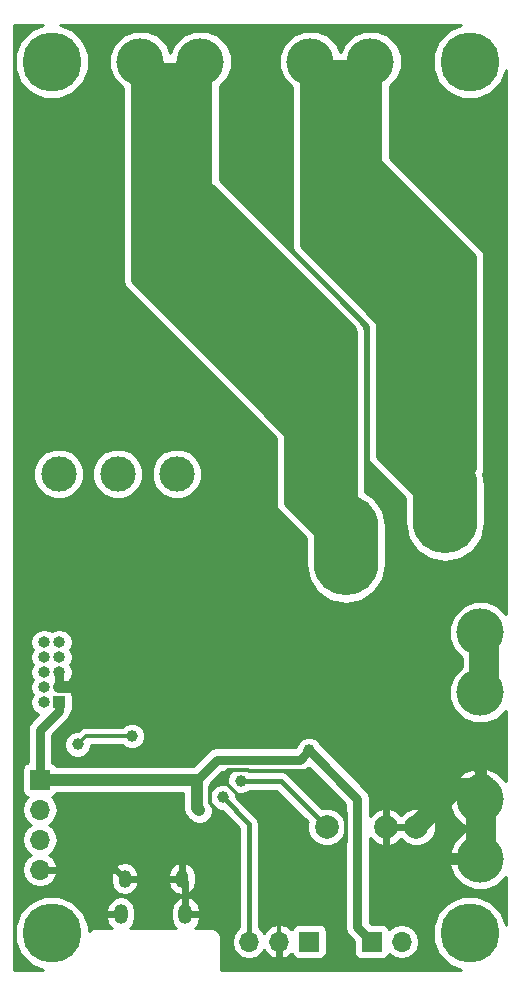
<source format=gbr>
G04 #@! TF.FileFunction,Copper,L2,Bot,Signal*
%FSLAX46Y46*%
G04 Gerber Fmt 4.6, Leading zero omitted, Abs format (unit mm)*
G04 Created by KiCad (PCBNEW 4.0.5-e0-6337~49~ubuntu16.04.1) date Sun Mar 26 23:32:04 2017*
%MOMM*%
%LPD*%
G01*
G04 APERTURE LIST*
%ADD10C,0.100000*%
%ADD11C,5.000000*%
%ADD12R,1.700000X1.700000*%
%ADD13O,1.700000X1.700000*%
%ADD14O,1.100000X1.500000*%
%ADD15O,1.200000X1.700000*%
%ADD16C,4.000000*%
%ADD17R,1.000000X1.000000*%
%ADD18O,1.000000X1.000000*%
%ADD19C,2.000000*%
%ADD20C,3.000000*%
%ADD21O,5.500000X8.500000*%
%ADD22C,1.000000*%
%ADD23C,1.000000*%
%ADD24C,0.600000*%
%ADD25C,0.300000*%
%ADD26C,2.500000*%
%ADD27C,1.700000*%
%ADD28C,0.800000*%
%ADD29C,0.400000*%
%ADD30C,2.000000*%
%ADD31C,0.254000*%
G04 APERTURE END LIST*
D10*
D11*
X137400000Y-52800000D03*
X137400000Y-126600000D03*
X102000000Y-126600000D03*
D12*
X101000000Y-113600000D03*
D13*
X101000000Y-116140000D03*
X101000000Y-118680000D03*
X101000000Y-121220000D03*
D14*
X108180000Y-121980000D03*
X113020000Y-121980000D03*
D15*
X107870000Y-124980000D03*
X113330000Y-124980000D03*
D12*
X123800000Y-127300000D03*
D13*
X121260000Y-127300000D03*
X118720000Y-127300000D03*
D12*
X129100000Y-127300000D03*
D13*
X131640000Y-127300000D03*
D16*
X138300000Y-106200000D03*
X138300000Y-101120000D03*
X138300000Y-120300000D03*
X138300000Y-115220000D03*
X129000000Y-52800000D03*
X123920000Y-52800000D03*
X114600000Y-52800000D03*
X109520000Y-52800000D03*
D17*
X102640000Y-107040000D03*
D18*
X101370000Y-107040000D03*
X102640000Y-105770000D03*
X101370000Y-105770000D03*
X102640000Y-104500000D03*
X101370000Y-104500000D03*
X102640000Y-103230000D03*
X101370000Y-103230000D03*
X102640000Y-101960000D03*
X101370000Y-101960000D03*
D11*
X102000000Y-52800000D03*
D19*
X130290000Y-117600000D03*
X132889840Y-117600000D03*
X125290160Y-117600000D03*
D20*
X102600000Y-87700000D03*
X107600000Y-87700000D03*
X112600000Y-87700000D03*
D21*
X126900000Y-93700000D03*
X135300000Y-90200000D03*
D22*
X130100000Y-104400000D03*
X104900000Y-95400000D03*
X113400000Y-95800000D03*
X106700000Y-107400000D03*
X112700000Y-116000000D03*
X123800000Y-111100000D03*
X114500000Y-116200000D03*
X108800000Y-109900000D03*
X104200000Y-110600000D03*
X116500000Y-115100000D03*
X118000000Y-113700000D03*
D23*
X138300000Y-120300000D02*
X135100000Y-120300000D01*
X135100000Y-120300000D02*
X134900000Y-120500000D01*
D24*
X107870000Y-124980000D02*
X105880000Y-124980000D01*
X105880000Y-124980000D02*
X105800000Y-124900000D01*
X130290000Y-117600000D02*
X130290000Y-120290000D01*
X130290000Y-120290000D02*
X130300000Y-120300000D01*
X130290000Y-117600000D02*
X130290000Y-114610000D01*
X130290000Y-114610000D02*
X130300000Y-114600000D01*
D25*
X116000000Y-113700000D02*
X115900000Y-113700000D01*
X116000000Y-116200000D02*
X116000000Y-117900000D01*
X115400000Y-115600000D02*
X116000000Y-116200000D01*
X115400000Y-114200000D02*
X115400000Y-115600000D01*
X115900000Y-113700000D02*
X115400000Y-114200000D01*
X116000000Y-113700000D02*
X116600000Y-113700000D01*
X121260000Y-124540000D02*
X126900000Y-118900000D01*
X126900000Y-118900000D02*
X126900000Y-116400000D01*
X126900000Y-116400000D02*
X123400000Y-112900000D01*
X123400000Y-112900000D02*
X118700000Y-112900000D01*
X118700000Y-112900000D02*
X118600000Y-112800000D01*
X118600000Y-112800000D02*
X116900000Y-112800000D01*
X116900000Y-112800000D02*
X116000000Y-113700000D01*
X121260000Y-127300000D02*
X121260000Y-124540000D01*
X116600000Y-113700000D02*
X118100000Y-115200000D01*
D24*
X130290000Y-117600000D02*
X132889840Y-117600000D01*
X121260000Y-127300000D02*
X121260000Y-129240000D01*
X115480000Y-124980000D02*
X113330000Y-124980000D01*
X116700000Y-126200000D02*
X115480000Y-124980000D01*
X116700000Y-128900000D02*
X116700000Y-126200000D01*
X117000000Y-129200000D02*
X116700000Y-128900000D01*
X121220000Y-129200000D02*
X117000000Y-129200000D01*
X121260000Y-129240000D02*
X121220000Y-129200000D01*
D26*
X138400000Y-119400000D02*
X138400000Y-114320000D01*
D23*
X130000000Y-105770000D02*
X130000000Y-104500000D01*
X130000000Y-104500000D02*
X130100000Y-104400000D01*
X113400000Y-95800000D02*
X113400000Y-104000000D01*
X113400000Y-104000000D02*
X115170000Y-105770000D01*
X104900000Y-95400000D02*
X105300000Y-95800000D01*
X105300000Y-95800000D02*
X113400000Y-95800000D01*
D27*
X138400000Y-114320000D02*
X136169840Y-114320000D01*
X136169840Y-114320000D02*
X132889840Y-117600000D01*
D28*
X106700000Y-107400000D02*
X106700000Y-105770000D01*
X106700000Y-105770000D02*
X106700000Y-105900000D01*
X106700000Y-105900000D02*
X106700000Y-105770000D01*
D23*
X102640000Y-105770000D02*
X106700000Y-105770000D01*
X106700000Y-105770000D02*
X109300000Y-105770000D01*
X109300000Y-105770000D02*
X115170000Y-105770000D01*
X115170000Y-105770000D02*
X130000000Y-105770000D01*
X130000000Y-105770000D02*
X131370000Y-105770000D01*
X131370000Y-105770000D02*
X138400000Y-112800000D01*
X138400000Y-112800000D02*
X138400000Y-114320000D01*
D24*
X113020000Y-116320000D02*
X113020000Y-121980000D01*
X112700000Y-116000000D02*
X113020000Y-116320000D01*
D28*
X102640000Y-105770000D02*
X102640000Y-104500000D01*
D24*
X101000000Y-121220000D02*
X107420000Y-121220000D01*
X107420000Y-121220000D02*
X108180000Y-121980000D01*
X108180000Y-121980000D02*
X113020000Y-121980000D01*
X113020000Y-121980000D02*
X113330000Y-122290000D01*
X113330000Y-122290000D02*
X113330000Y-124980000D01*
D28*
X123800000Y-111100000D02*
X127900000Y-115200000D01*
X127900000Y-126100000D02*
X129100000Y-127300000D01*
X127900000Y-115200000D02*
X127900000Y-126100000D01*
X116000000Y-111900000D02*
X114300000Y-113600000D01*
X123000000Y-111900000D02*
X116000000Y-111900000D01*
X123800000Y-111100000D02*
X123000000Y-111900000D01*
D23*
X114300000Y-113600000D02*
X114300000Y-116000000D01*
X114300000Y-116000000D02*
X114500000Y-116200000D01*
X101000000Y-113600000D02*
X114300000Y-113600000D01*
D28*
X101000000Y-113600000D02*
X101000000Y-109400000D01*
X102640000Y-107760000D02*
X102640000Y-107040000D01*
X101000000Y-109400000D02*
X102640000Y-107760000D01*
D25*
X104900000Y-109900000D02*
X108800000Y-109900000D01*
X104200000Y-110600000D02*
X104900000Y-109900000D01*
D29*
X118720000Y-117320000D02*
X118720000Y-127300000D01*
X116500000Y-115100000D02*
X118720000Y-117320000D01*
D26*
X138600000Y-101120000D02*
X138600000Y-106200000D01*
D30*
X135300000Y-89700000D02*
X135300000Y-69800000D01*
X129000000Y-63500000D02*
X129000000Y-52800000D01*
X135300000Y-69800000D02*
X129000000Y-63500000D01*
X126900000Y-93700000D02*
X126900000Y-75800000D01*
X114600000Y-63500000D02*
X114600000Y-52800000D01*
X126900000Y-75800000D02*
X114600000Y-63500000D01*
D29*
X121390160Y-113700000D02*
X125290160Y-117600000D01*
X118000000Y-113700000D02*
X121390160Y-113700000D01*
D31*
G36*
X114973000Y-63500000D02*
X114983006Y-63549410D01*
X115009077Y-63588668D01*
X126774528Y-75653241D01*
X127270600Y-92321240D01*
X124926171Y-93446565D01*
X121727000Y-90247394D01*
X121727000Y-84400000D01*
X121716994Y-84350590D01*
X121690149Y-84310545D01*
X108827000Y-71347682D01*
X108827000Y-54252606D01*
X110052606Y-53027000D01*
X114973000Y-53027000D01*
X114973000Y-63500000D01*
X114973000Y-63500000D01*
G37*
X114973000Y-63500000D02*
X114983006Y-63549410D01*
X115009077Y-63588668D01*
X126774528Y-75653241D01*
X127270600Y-92321240D01*
X124926171Y-93446565D01*
X121727000Y-90247394D01*
X121727000Y-84400000D01*
X121716994Y-84350590D01*
X121690149Y-84310545D01*
X108827000Y-71347682D01*
X108827000Y-54252606D01*
X110052606Y-53027000D01*
X114973000Y-53027000D01*
X114973000Y-63500000D01*
G36*
X129273089Y-60604759D02*
X129284940Y-60653760D01*
X129310197Y-60689803D01*
X137873000Y-69252606D01*
X137873000Y-87247394D01*
X135731396Y-89388998D01*
X133434302Y-90154696D01*
X129527000Y-86247394D01*
X129527000Y-74900000D01*
X129516994Y-74850590D01*
X129489803Y-74810197D01*
X123127000Y-68447394D01*
X123127000Y-53667968D01*
X124538452Y-52727000D01*
X128977673Y-52727000D01*
X129273089Y-60604759D01*
X129273089Y-60604759D01*
G37*
X129273089Y-60604759D02*
X129284940Y-60653760D01*
X129310197Y-60689803D01*
X137873000Y-69252606D01*
X137873000Y-87247394D01*
X135731396Y-89388998D01*
X133434302Y-90154696D01*
X129527000Y-86247394D01*
X129527000Y-74900000D01*
X129516994Y-74850590D01*
X129489803Y-74810197D01*
X123127000Y-68447394D01*
X123127000Y-53667968D01*
X124538452Y-52727000D01*
X128977673Y-52727000D01*
X129273089Y-60604759D01*
G36*
X100226485Y-50140727D02*
X99343826Y-51021847D01*
X98865546Y-52173674D01*
X98864457Y-53420854D01*
X99340727Y-54573515D01*
X100221847Y-55456174D01*
X101373674Y-55934454D01*
X102620854Y-55935543D01*
X103773515Y-55459273D01*
X104656174Y-54578153D01*
X105134454Y-53426326D01*
X105134545Y-53321834D01*
X106884543Y-53321834D01*
X107284853Y-54290658D01*
X108025443Y-55032542D01*
X108065000Y-55048967D01*
X108065000Y-71400000D01*
X108110754Y-71636672D01*
X108249257Y-71847276D01*
X120965000Y-84661591D01*
X120965000Y-90300000D01*
X121011672Y-90538946D01*
X121150987Y-90749013D01*
X123515000Y-93113026D01*
X123515000Y-95295703D01*
X123772668Y-96591086D01*
X124506444Y-97689259D01*
X125604617Y-98423035D01*
X126900000Y-98680703D01*
X128195383Y-98423035D01*
X129293556Y-97689259D01*
X130027332Y-96591086D01*
X130285000Y-95295703D01*
X130285000Y-92104297D01*
X130027332Y-90808914D01*
X129293556Y-89710741D01*
X128535000Y-89203890D01*
X128535000Y-75800005D01*
X128535001Y-75800000D01*
X128410543Y-75174312D01*
X128233332Y-74909097D01*
X128056120Y-74643880D01*
X128056117Y-74643878D01*
X116235000Y-62822760D01*
X116235000Y-54891057D01*
X116832542Y-54294557D01*
X117234542Y-53326433D01*
X117234546Y-53321834D01*
X121284543Y-53321834D01*
X121684853Y-54290658D01*
X122365000Y-54971993D01*
X122365000Y-68500000D01*
X122411672Y-68738946D01*
X122550987Y-68949013D01*
X128765000Y-75163026D01*
X128765000Y-86300000D01*
X128811672Y-86538946D01*
X128950987Y-86749013D01*
X131915000Y-89713026D01*
X131915000Y-91795703D01*
X132172668Y-93091086D01*
X132906444Y-94189259D01*
X134004617Y-94923035D01*
X135300000Y-95180703D01*
X136595383Y-94923035D01*
X137693556Y-94189259D01*
X138427332Y-93091086D01*
X138685000Y-91795703D01*
X138685000Y-88604297D01*
X138499852Y-87673494D01*
X138584971Y-87547051D01*
X138635000Y-87300000D01*
X138635000Y-69200000D01*
X138588328Y-68961054D01*
X138449013Y-68750987D01*
X130635000Y-60936974D01*
X130635000Y-54891057D01*
X131232542Y-54294557D01*
X131634542Y-53326433D01*
X131635457Y-52278166D01*
X131235147Y-51309342D01*
X130494557Y-50567458D01*
X129526433Y-50165458D01*
X128478166Y-50164543D01*
X127509342Y-50564853D01*
X126767458Y-51305443D01*
X126493586Y-51965000D01*
X126426059Y-51965000D01*
X126155147Y-51309342D01*
X125414557Y-50567458D01*
X124446433Y-50165458D01*
X123398166Y-50164543D01*
X122429342Y-50564853D01*
X121687458Y-51305443D01*
X121285458Y-52273567D01*
X121284543Y-53321834D01*
X117234546Y-53321834D01*
X117235457Y-52278166D01*
X116835147Y-51309342D01*
X116094557Y-50567458D01*
X115126433Y-50165458D01*
X114078166Y-50164543D01*
X113109342Y-50564853D01*
X112367458Y-51305443D01*
X112059739Y-52046512D01*
X111755147Y-51309342D01*
X111014557Y-50567458D01*
X110046433Y-50165458D01*
X108998166Y-50164543D01*
X108029342Y-50564853D01*
X107287458Y-51305443D01*
X106885458Y-52273567D01*
X106884543Y-53321834D01*
X105134545Y-53321834D01*
X105135543Y-52179146D01*
X104659273Y-51026485D01*
X103778153Y-50143826D01*
X102733383Y-49710000D01*
X136668924Y-49710000D01*
X135626485Y-50140727D01*
X134743826Y-51021847D01*
X134265546Y-52173674D01*
X134264457Y-53420854D01*
X134740727Y-54573515D01*
X135621847Y-55456174D01*
X136773674Y-55934454D01*
X138020854Y-55935543D01*
X139173515Y-55459273D01*
X140056174Y-54578153D01*
X140490000Y-53533383D01*
X140490000Y-99584116D01*
X139794557Y-98887458D01*
X138826433Y-98485458D01*
X137778166Y-98484543D01*
X136809342Y-98884853D01*
X136067458Y-99625443D01*
X135665458Y-100593567D01*
X135664543Y-101641834D01*
X136064853Y-102610658D01*
X136715000Y-103261941D01*
X136715000Y-104059030D01*
X136067458Y-104705443D01*
X135665458Y-105673567D01*
X135664543Y-106721834D01*
X136064853Y-107690658D01*
X136805443Y-108432542D01*
X137773567Y-108834542D01*
X138821834Y-108835457D01*
X139790658Y-108435147D01*
X140490000Y-107737025D01*
X140490000Y-113684116D01*
X139794557Y-112987458D01*
X138826433Y-112585458D01*
X137778166Y-112584543D01*
X136809342Y-112984853D01*
X136067458Y-113725443D01*
X135665458Y-114693567D01*
X135664543Y-115741834D01*
X136064853Y-116710658D01*
X136805443Y-117452542D01*
X137546512Y-117760261D01*
X136809342Y-118064853D01*
X136067458Y-118805443D01*
X135665458Y-119773567D01*
X135664543Y-120821834D01*
X136064853Y-121790658D01*
X136805443Y-122532542D01*
X137773567Y-122934542D01*
X138821834Y-122935457D01*
X139790658Y-122535147D01*
X140490000Y-121837025D01*
X140490000Y-125868924D01*
X140059273Y-124826485D01*
X139178153Y-123943826D01*
X138026326Y-123465546D01*
X136779146Y-123464457D01*
X135626485Y-123940727D01*
X134743826Y-124821847D01*
X134265546Y-125973674D01*
X134264457Y-127220854D01*
X134740727Y-128373515D01*
X135621847Y-129256174D01*
X136666617Y-129690000D01*
X116310000Y-129690000D01*
X116310000Y-126900000D01*
X116255954Y-126628295D01*
X116102046Y-126397954D01*
X115871705Y-126244046D01*
X115600000Y-126190000D01*
X114117027Y-126190000D01*
X114203277Y-126132370D01*
X114470991Y-125731707D01*
X114565000Y-125259093D01*
X114565000Y-124700907D01*
X114470991Y-124228293D01*
X114203277Y-123827630D01*
X113802614Y-123559916D01*
X113330000Y-123465907D01*
X112857386Y-123559916D01*
X112456723Y-123827630D01*
X112189009Y-124228293D01*
X112095000Y-124700907D01*
X112095000Y-125259093D01*
X112189009Y-125731707D01*
X112456723Y-126132370D01*
X112542973Y-126190000D01*
X108657027Y-126190000D01*
X108743277Y-126132370D01*
X109010991Y-125731707D01*
X109105000Y-125259093D01*
X109105000Y-124700907D01*
X109010991Y-124228293D01*
X108743277Y-123827630D01*
X108342614Y-123559916D01*
X107870000Y-123465907D01*
X107397386Y-123559916D01*
X106996723Y-123827630D01*
X106729009Y-124228293D01*
X106635000Y-124700907D01*
X106635000Y-125259093D01*
X106729009Y-125731707D01*
X106996723Y-126132370D01*
X107082973Y-126190000D01*
X105600000Y-126190000D01*
X105328295Y-126244046D01*
X105135199Y-126373068D01*
X105135543Y-125979146D01*
X104659273Y-124826485D01*
X103778153Y-123943826D01*
X102626326Y-123465546D01*
X101379146Y-123464457D01*
X100226485Y-123940727D01*
X99343826Y-124821847D01*
X98865546Y-125973674D01*
X98864457Y-127220854D01*
X99340727Y-128373515D01*
X100221847Y-129256174D01*
X101266617Y-129690000D01*
X98810000Y-129690000D01*
X98810000Y-116140000D01*
X99485907Y-116140000D01*
X99598946Y-116708285D01*
X99920853Y-117190054D01*
X100250026Y-117410000D01*
X99920853Y-117629946D01*
X99598946Y-118111715D01*
X99485907Y-118680000D01*
X99598946Y-119248285D01*
X99920853Y-119730054D01*
X100250026Y-119950000D01*
X99920853Y-120169946D01*
X99598946Y-120651715D01*
X99485907Y-121220000D01*
X99598946Y-121788285D01*
X99920853Y-122270054D01*
X100402622Y-122591961D01*
X100970907Y-122705000D01*
X101029093Y-122705000D01*
X101597378Y-122591961D01*
X102079147Y-122270054D01*
X102401054Y-121788285D01*
X102408099Y-121752866D01*
X106995000Y-121752866D01*
X106995000Y-122207134D01*
X107085203Y-122660614D01*
X107342078Y-123045056D01*
X107726520Y-123301931D01*
X108180000Y-123392134D01*
X108633480Y-123301931D01*
X109017922Y-123045056D01*
X109274797Y-122660614D01*
X109365000Y-122207134D01*
X109365000Y-121752866D01*
X111835000Y-121752866D01*
X111835000Y-122207134D01*
X111925203Y-122660614D01*
X112182078Y-123045056D01*
X112566520Y-123301931D01*
X113020000Y-123392134D01*
X113473480Y-123301931D01*
X113857922Y-123045056D01*
X114114797Y-122660614D01*
X114205000Y-122207134D01*
X114205000Y-121752866D01*
X114114797Y-121299386D01*
X113857922Y-120914944D01*
X113473480Y-120658069D01*
X113020000Y-120567866D01*
X112566520Y-120658069D01*
X112182078Y-120914944D01*
X111925203Y-121299386D01*
X111835000Y-121752866D01*
X109365000Y-121752866D01*
X109274797Y-121299386D01*
X109017922Y-120914944D01*
X108633480Y-120658069D01*
X108180000Y-120567866D01*
X107726520Y-120658069D01*
X107342078Y-120914944D01*
X107085203Y-121299386D01*
X106995000Y-121752866D01*
X102408099Y-121752866D01*
X102514093Y-121220000D01*
X102401054Y-120651715D01*
X102079147Y-120169946D01*
X101749974Y-119950000D01*
X102079147Y-119730054D01*
X102401054Y-119248285D01*
X102514093Y-118680000D01*
X102401054Y-118111715D01*
X102079147Y-117629946D01*
X101749974Y-117410000D01*
X102079147Y-117190054D01*
X102401054Y-116708285D01*
X102514093Y-116140000D01*
X102401054Y-115571715D01*
X102079147Y-115089946D01*
X102037548Y-115062150D01*
X102085317Y-115053162D01*
X102301441Y-114914090D01*
X102423808Y-114735000D01*
X113165000Y-114735000D01*
X113165000Y-116000000D01*
X113251397Y-116434346D01*
X113436023Y-116710658D01*
X113497434Y-116802566D01*
X113697020Y-117002152D01*
X113856235Y-117161645D01*
X114273244Y-117334803D01*
X114724775Y-117335197D01*
X115142086Y-117162767D01*
X115461645Y-116843765D01*
X115634803Y-116426756D01*
X115635197Y-115975225D01*
X115540019Y-115744876D01*
X115856235Y-116061645D01*
X116273244Y-116234803D01*
X116454093Y-116234961D01*
X117885000Y-117665868D01*
X117885000Y-126077159D01*
X117669946Y-126220853D01*
X117348039Y-126702622D01*
X117235000Y-127270907D01*
X117235000Y-127329093D01*
X117348039Y-127897378D01*
X117669946Y-128379147D01*
X118151715Y-128701054D01*
X118720000Y-128814093D01*
X119288285Y-128701054D01*
X119770054Y-128379147D01*
X119990000Y-128049974D01*
X120209946Y-128379147D01*
X120691715Y-128701054D01*
X121260000Y-128814093D01*
X121828285Y-128701054D01*
X122310054Y-128379147D01*
X122337850Y-128337548D01*
X122346838Y-128385317D01*
X122485910Y-128601441D01*
X122698110Y-128746431D01*
X122950000Y-128797440D01*
X124650000Y-128797440D01*
X124885317Y-128753162D01*
X125101441Y-128614090D01*
X125246431Y-128401890D01*
X125297440Y-128150000D01*
X125297440Y-126450000D01*
X125253162Y-126214683D01*
X125114090Y-125998559D01*
X124901890Y-125853569D01*
X124650000Y-125802560D01*
X122950000Y-125802560D01*
X122714683Y-125846838D01*
X122498559Y-125985910D01*
X122353569Y-126198110D01*
X122339914Y-126265541D01*
X122310054Y-126220853D01*
X121828285Y-125898946D01*
X121260000Y-125785907D01*
X120691715Y-125898946D01*
X120209946Y-126220853D01*
X119990000Y-126550026D01*
X119770054Y-126220853D01*
X119555000Y-126077159D01*
X119555000Y-117320000D01*
X119491439Y-117000459D01*
X119310434Y-116729566D01*
X117635041Y-115054173D01*
X117635197Y-114875225D01*
X117586445Y-114757237D01*
X117773244Y-114834803D01*
X118224775Y-114835197D01*
X118642086Y-114662767D01*
X118770076Y-114535000D01*
X121044292Y-114535000D01*
X123692765Y-117183473D01*
X123655444Y-117273352D01*
X123654876Y-117923795D01*
X123903266Y-118524943D01*
X124362797Y-118985278D01*
X124963512Y-119234716D01*
X125613955Y-119235284D01*
X126215103Y-118986894D01*
X126675438Y-118527363D01*
X126865000Y-118070846D01*
X126865000Y-126099995D01*
X126864999Y-126100000D01*
X126943785Y-126496077D01*
X127168144Y-126831856D01*
X127602560Y-127266272D01*
X127602560Y-128150000D01*
X127646838Y-128385317D01*
X127785910Y-128601441D01*
X127998110Y-128746431D01*
X128250000Y-128797440D01*
X129950000Y-128797440D01*
X130185317Y-128753162D01*
X130401441Y-128614090D01*
X130546431Y-128401890D01*
X130560086Y-128334459D01*
X130589946Y-128379147D01*
X131071715Y-128701054D01*
X131640000Y-128814093D01*
X132208285Y-128701054D01*
X132690054Y-128379147D01*
X133011961Y-127897378D01*
X133125000Y-127329093D01*
X133125000Y-127270907D01*
X133011961Y-126702622D01*
X132690054Y-126220853D01*
X132208285Y-125898946D01*
X131640000Y-125785907D01*
X131071715Y-125898946D01*
X130589946Y-126220853D01*
X130562150Y-126262452D01*
X130553162Y-126214683D01*
X130414090Y-125998559D01*
X130201890Y-125853569D01*
X129950000Y-125802560D01*
X129066272Y-125802560D01*
X128935000Y-125671288D01*
X128935000Y-118556893D01*
X129362637Y-118985278D01*
X129963352Y-119234716D01*
X130613795Y-119235284D01*
X131214943Y-118986894D01*
X131590171Y-118612321D01*
X131962477Y-118985278D01*
X132563192Y-119234716D01*
X133213635Y-119235284D01*
X133814783Y-118986894D01*
X134275118Y-118527363D01*
X134524556Y-117926648D01*
X134525124Y-117276205D01*
X134276734Y-116675057D01*
X133817203Y-116214722D01*
X133216488Y-115965284D01*
X132566045Y-115964716D01*
X131964897Y-116213106D01*
X131589669Y-116587679D01*
X131217363Y-116214722D01*
X130616648Y-115965284D01*
X129966205Y-115964716D01*
X129365057Y-116213106D01*
X128935000Y-116642412D01*
X128935000Y-115200005D01*
X128935001Y-115200000D01*
X128856215Y-114803923D01*
X128752434Y-114648603D01*
X128631856Y-114468144D01*
X128631853Y-114468142D01*
X124862150Y-110698438D01*
X124762767Y-110457914D01*
X124443765Y-110138355D01*
X124026756Y-109965197D01*
X123575225Y-109964803D01*
X123157914Y-110137233D01*
X122838355Y-110456235D01*
X122737735Y-110698553D01*
X122571288Y-110865000D01*
X116000005Y-110865000D01*
X116000000Y-110864999D01*
X115603923Y-110943785D01*
X115268144Y-111168144D01*
X115268142Y-111168147D01*
X113971288Y-112465000D01*
X102421192Y-112465000D01*
X102314090Y-112298559D01*
X102101890Y-112153569D01*
X102035000Y-112140023D01*
X102035000Y-110824775D01*
X103064803Y-110824775D01*
X103237233Y-111242086D01*
X103556235Y-111561645D01*
X103973244Y-111734803D01*
X104424775Y-111735197D01*
X104842086Y-111562767D01*
X105161645Y-111243765D01*
X105334803Y-110826756D01*
X105334927Y-110685000D01*
X107979898Y-110685000D01*
X108156235Y-110861645D01*
X108573244Y-111034803D01*
X109024775Y-111035197D01*
X109442086Y-110862767D01*
X109761645Y-110543765D01*
X109934803Y-110126756D01*
X109935197Y-109675225D01*
X109762767Y-109257914D01*
X109443765Y-108938355D01*
X109026756Y-108765197D01*
X108575225Y-108764803D01*
X108157914Y-108937233D01*
X107979837Y-109115000D01*
X104900000Y-109115000D01*
X104599594Y-109174755D01*
X104344921Y-109344921D01*
X104344919Y-109344924D01*
X104224822Y-109465021D01*
X103975225Y-109464803D01*
X103557914Y-109637233D01*
X103238355Y-109956235D01*
X103065197Y-110373244D01*
X103064803Y-110824775D01*
X102035000Y-110824775D01*
X102035000Y-109828712D01*
X103371853Y-108491858D01*
X103371856Y-108491856D01*
X103506349Y-108290571D01*
X103596215Y-108156078D01*
X103640824Y-107931815D01*
X103736431Y-107791890D01*
X103787440Y-107540000D01*
X103787440Y-106540000D01*
X103743162Y-106304683D01*
X103694414Y-106228927D01*
X103710839Y-106204346D01*
X103797236Y-105770000D01*
X103710839Y-105335654D01*
X103576766Y-105135000D01*
X103710839Y-104934346D01*
X103797236Y-104500000D01*
X103710839Y-104065654D01*
X103576766Y-103865000D01*
X103710839Y-103664346D01*
X103797236Y-103230000D01*
X103710839Y-102795654D01*
X103576766Y-102595000D01*
X103710839Y-102394346D01*
X103797236Y-101960000D01*
X103710839Y-101525654D01*
X103464802Y-101157434D01*
X103096582Y-100911397D01*
X102662236Y-100825000D01*
X102617764Y-100825000D01*
X102183418Y-100911397D01*
X102005000Y-101030612D01*
X101826582Y-100911397D01*
X101392236Y-100825000D01*
X101347764Y-100825000D01*
X100913418Y-100911397D01*
X100545198Y-101157434D01*
X100299161Y-101525654D01*
X100212764Y-101960000D01*
X100299161Y-102394346D01*
X100433234Y-102595000D01*
X100299161Y-102795654D01*
X100212764Y-103230000D01*
X100299161Y-103664346D01*
X100433234Y-103865000D01*
X100299161Y-104065654D01*
X100212764Y-104500000D01*
X100299161Y-104934346D01*
X100433234Y-105135000D01*
X100299161Y-105335654D01*
X100212764Y-105770000D01*
X100299161Y-106204346D01*
X100433234Y-106405000D01*
X100299161Y-106605654D01*
X100212764Y-107040000D01*
X100299161Y-107474346D01*
X100545198Y-107842566D01*
X100874014Y-108062274D01*
X100268144Y-108668144D01*
X100043785Y-109003923D01*
X99964999Y-109400000D01*
X99965000Y-109400005D01*
X99965000Y-112137370D01*
X99914683Y-112146838D01*
X99698559Y-112285910D01*
X99553569Y-112498110D01*
X99502560Y-112750000D01*
X99502560Y-114450000D01*
X99546838Y-114685317D01*
X99685910Y-114901441D01*
X99898110Y-115046431D01*
X99965541Y-115060086D01*
X99920853Y-115089946D01*
X99598946Y-115571715D01*
X99485907Y-116140000D01*
X98810000Y-116140000D01*
X98810000Y-88122815D01*
X100464630Y-88122815D01*
X100788980Y-88907800D01*
X101389041Y-89508909D01*
X102173459Y-89834628D01*
X103022815Y-89835370D01*
X103807800Y-89511020D01*
X104408909Y-88910959D01*
X104734628Y-88126541D01*
X104734631Y-88122815D01*
X105464630Y-88122815D01*
X105788980Y-88907800D01*
X106389041Y-89508909D01*
X107173459Y-89834628D01*
X108022815Y-89835370D01*
X108807800Y-89511020D01*
X109408909Y-88910959D01*
X109734628Y-88126541D01*
X109734631Y-88122815D01*
X110464630Y-88122815D01*
X110788980Y-88907800D01*
X111389041Y-89508909D01*
X112173459Y-89834628D01*
X113022815Y-89835370D01*
X113807800Y-89511020D01*
X114408909Y-88910959D01*
X114734628Y-88126541D01*
X114735370Y-87277185D01*
X114411020Y-86492200D01*
X113810959Y-85891091D01*
X113026541Y-85565372D01*
X112177185Y-85564630D01*
X111392200Y-85888980D01*
X110791091Y-86489041D01*
X110465372Y-87273459D01*
X110464630Y-88122815D01*
X109734631Y-88122815D01*
X109735370Y-87277185D01*
X109411020Y-86492200D01*
X108810959Y-85891091D01*
X108026541Y-85565372D01*
X107177185Y-85564630D01*
X106392200Y-85888980D01*
X105791091Y-86489041D01*
X105465372Y-87273459D01*
X105464630Y-88122815D01*
X104734631Y-88122815D01*
X104735370Y-87277185D01*
X104411020Y-86492200D01*
X103810959Y-85891091D01*
X103026541Y-85565372D01*
X102177185Y-85564630D01*
X101392200Y-85888980D01*
X100791091Y-86489041D01*
X100465372Y-87273459D01*
X100464630Y-88122815D01*
X98810000Y-88122815D01*
X98810000Y-49710000D01*
X101268924Y-49710000D01*
X100226485Y-50140727D01*
X100226485Y-50140727D01*
G37*
X100226485Y-50140727D02*
X99343826Y-51021847D01*
X98865546Y-52173674D01*
X98864457Y-53420854D01*
X99340727Y-54573515D01*
X100221847Y-55456174D01*
X101373674Y-55934454D01*
X102620854Y-55935543D01*
X103773515Y-55459273D01*
X104656174Y-54578153D01*
X105134454Y-53426326D01*
X105134545Y-53321834D01*
X106884543Y-53321834D01*
X107284853Y-54290658D01*
X108025443Y-55032542D01*
X108065000Y-55048967D01*
X108065000Y-71400000D01*
X108110754Y-71636672D01*
X108249257Y-71847276D01*
X120965000Y-84661591D01*
X120965000Y-90300000D01*
X121011672Y-90538946D01*
X121150987Y-90749013D01*
X123515000Y-93113026D01*
X123515000Y-95295703D01*
X123772668Y-96591086D01*
X124506444Y-97689259D01*
X125604617Y-98423035D01*
X126900000Y-98680703D01*
X128195383Y-98423035D01*
X129293556Y-97689259D01*
X130027332Y-96591086D01*
X130285000Y-95295703D01*
X130285000Y-92104297D01*
X130027332Y-90808914D01*
X129293556Y-89710741D01*
X128535000Y-89203890D01*
X128535000Y-75800005D01*
X128535001Y-75800000D01*
X128410543Y-75174312D01*
X128233332Y-74909097D01*
X128056120Y-74643880D01*
X128056117Y-74643878D01*
X116235000Y-62822760D01*
X116235000Y-54891057D01*
X116832542Y-54294557D01*
X117234542Y-53326433D01*
X117234546Y-53321834D01*
X121284543Y-53321834D01*
X121684853Y-54290658D01*
X122365000Y-54971993D01*
X122365000Y-68500000D01*
X122411672Y-68738946D01*
X122550987Y-68949013D01*
X128765000Y-75163026D01*
X128765000Y-86300000D01*
X128811672Y-86538946D01*
X128950987Y-86749013D01*
X131915000Y-89713026D01*
X131915000Y-91795703D01*
X132172668Y-93091086D01*
X132906444Y-94189259D01*
X134004617Y-94923035D01*
X135300000Y-95180703D01*
X136595383Y-94923035D01*
X137693556Y-94189259D01*
X138427332Y-93091086D01*
X138685000Y-91795703D01*
X138685000Y-88604297D01*
X138499852Y-87673494D01*
X138584971Y-87547051D01*
X138635000Y-87300000D01*
X138635000Y-69200000D01*
X138588328Y-68961054D01*
X138449013Y-68750987D01*
X130635000Y-60936974D01*
X130635000Y-54891057D01*
X131232542Y-54294557D01*
X131634542Y-53326433D01*
X131635457Y-52278166D01*
X131235147Y-51309342D01*
X130494557Y-50567458D01*
X129526433Y-50165458D01*
X128478166Y-50164543D01*
X127509342Y-50564853D01*
X126767458Y-51305443D01*
X126493586Y-51965000D01*
X126426059Y-51965000D01*
X126155147Y-51309342D01*
X125414557Y-50567458D01*
X124446433Y-50165458D01*
X123398166Y-50164543D01*
X122429342Y-50564853D01*
X121687458Y-51305443D01*
X121285458Y-52273567D01*
X121284543Y-53321834D01*
X117234546Y-53321834D01*
X117235457Y-52278166D01*
X116835147Y-51309342D01*
X116094557Y-50567458D01*
X115126433Y-50165458D01*
X114078166Y-50164543D01*
X113109342Y-50564853D01*
X112367458Y-51305443D01*
X112059739Y-52046512D01*
X111755147Y-51309342D01*
X111014557Y-50567458D01*
X110046433Y-50165458D01*
X108998166Y-50164543D01*
X108029342Y-50564853D01*
X107287458Y-51305443D01*
X106885458Y-52273567D01*
X106884543Y-53321834D01*
X105134545Y-53321834D01*
X105135543Y-52179146D01*
X104659273Y-51026485D01*
X103778153Y-50143826D01*
X102733383Y-49710000D01*
X136668924Y-49710000D01*
X135626485Y-50140727D01*
X134743826Y-51021847D01*
X134265546Y-52173674D01*
X134264457Y-53420854D01*
X134740727Y-54573515D01*
X135621847Y-55456174D01*
X136773674Y-55934454D01*
X138020854Y-55935543D01*
X139173515Y-55459273D01*
X140056174Y-54578153D01*
X140490000Y-53533383D01*
X140490000Y-99584116D01*
X139794557Y-98887458D01*
X138826433Y-98485458D01*
X137778166Y-98484543D01*
X136809342Y-98884853D01*
X136067458Y-99625443D01*
X135665458Y-100593567D01*
X135664543Y-101641834D01*
X136064853Y-102610658D01*
X136715000Y-103261941D01*
X136715000Y-104059030D01*
X136067458Y-104705443D01*
X135665458Y-105673567D01*
X135664543Y-106721834D01*
X136064853Y-107690658D01*
X136805443Y-108432542D01*
X137773567Y-108834542D01*
X138821834Y-108835457D01*
X139790658Y-108435147D01*
X140490000Y-107737025D01*
X140490000Y-113684116D01*
X139794557Y-112987458D01*
X138826433Y-112585458D01*
X137778166Y-112584543D01*
X136809342Y-112984853D01*
X136067458Y-113725443D01*
X135665458Y-114693567D01*
X135664543Y-115741834D01*
X136064853Y-116710658D01*
X136805443Y-117452542D01*
X137546512Y-117760261D01*
X136809342Y-118064853D01*
X136067458Y-118805443D01*
X135665458Y-119773567D01*
X135664543Y-120821834D01*
X136064853Y-121790658D01*
X136805443Y-122532542D01*
X137773567Y-122934542D01*
X138821834Y-122935457D01*
X139790658Y-122535147D01*
X140490000Y-121837025D01*
X140490000Y-125868924D01*
X140059273Y-124826485D01*
X139178153Y-123943826D01*
X138026326Y-123465546D01*
X136779146Y-123464457D01*
X135626485Y-123940727D01*
X134743826Y-124821847D01*
X134265546Y-125973674D01*
X134264457Y-127220854D01*
X134740727Y-128373515D01*
X135621847Y-129256174D01*
X136666617Y-129690000D01*
X116310000Y-129690000D01*
X116310000Y-126900000D01*
X116255954Y-126628295D01*
X116102046Y-126397954D01*
X115871705Y-126244046D01*
X115600000Y-126190000D01*
X114117027Y-126190000D01*
X114203277Y-126132370D01*
X114470991Y-125731707D01*
X114565000Y-125259093D01*
X114565000Y-124700907D01*
X114470991Y-124228293D01*
X114203277Y-123827630D01*
X113802614Y-123559916D01*
X113330000Y-123465907D01*
X112857386Y-123559916D01*
X112456723Y-123827630D01*
X112189009Y-124228293D01*
X112095000Y-124700907D01*
X112095000Y-125259093D01*
X112189009Y-125731707D01*
X112456723Y-126132370D01*
X112542973Y-126190000D01*
X108657027Y-126190000D01*
X108743277Y-126132370D01*
X109010991Y-125731707D01*
X109105000Y-125259093D01*
X109105000Y-124700907D01*
X109010991Y-124228293D01*
X108743277Y-123827630D01*
X108342614Y-123559916D01*
X107870000Y-123465907D01*
X107397386Y-123559916D01*
X106996723Y-123827630D01*
X106729009Y-124228293D01*
X106635000Y-124700907D01*
X106635000Y-125259093D01*
X106729009Y-125731707D01*
X106996723Y-126132370D01*
X107082973Y-126190000D01*
X105600000Y-126190000D01*
X105328295Y-126244046D01*
X105135199Y-126373068D01*
X105135543Y-125979146D01*
X104659273Y-124826485D01*
X103778153Y-123943826D01*
X102626326Y-123465546D01*
X101379146Y-123464457D01*
X100226485Y-123940727D01*
X99343826Y-124821847D01*
X98865546Y-125973674D01*
X98864457Y-127220854D01*
X99340727Y-128373515D01*
X100221847Y-129256174D01*
X101266617Y-129690000D01*
X98810000Y-129690000D01*
X98810000Y-116140000D01*
X99485907Y-116140000D01*
X99598946Y-116708285D01*
X99920853Y-117190054D01*
X100250026Y-117410000D01*
X99920853Y-117629946D01*
X99598946Y-118111715D01*
X99485907Y-118680000D01*
X99598946Y-119248285D01*
X99920853Y-119730054D01*
X100250026Y-119950000D01*
X99920853Y-120169946D01*
X99598946Y-120651715D01*
X99485907Y-121220000D01*
X99598946Y-121788285D01*
X99920853Y-122270054D01*
X100402622Y-122591961D01*
X100970907Y-122705000D01*
X101029093Y-122705000D01*
X101597378Y-122591961D01*
X102079147Y-122270054D01*
X102401054Y-121788285D01*
X102408099Y-121752866D01*
X106995000Y-121752866D01*
X106995000Y-122207134D01*
X107085203Y-122660614D01*
X107342078Y-123045056D01*
X107726520Y-123301931D01*
X108180000Y-123392134D01*
X108633480Y-123301931D01*
X109017922Y-123045056D01*
X109274797Y-122660614D01*
X109365000Y-122207134D01*
X109365000Y-121752866D01*
X111835000Y-121752866D01*
X111835000Y-122207134D01*
X111925203Y-122660614D01*
X112182078Y-123045056D01*
X112566520Y-123301931D01*
X113020000Y-123392134D01*
X113473480Y-123301931D01*
X113857922Y-123045056D01*
X114114797Y-122660614D01*
X114205000Y-122207134D01*
X114205000Y-121752866D01*
X114114797Y-121299386D01*
X113857922Y-120914944D01*
X113473480Y-120658069D01*
X113020000Y-120567866D01*
X112566520Y-120658069D01*
X112182078Y-120914944D01*
X111925203Y-121299386D01*
X111835000Y-121752866D01*
X109365000Y-121752866D01*
X109274797Y-121299386D01*
X109017922Y-120914944D01*
X108633480Y-120658069D01*
X108180000Y-120567866D01*
X107726520Y-120658069D01*
X107342078Y-120914944D01*
X107085203Y-121299386D01*
X106995000Y-121752866D01*
X102408099Y-121752866D01*
X102514093Y-121220000D01*
X102401054Y-120651715D01*
X102079147Y-120169946D01*
X101749974Y-119950000D01*
X102079147Y-119730054D01*
X102401054Y-119248285D01*
X102514093Y-118680000D01*
X102401054Y-118111715D01*
X102079147Y-117629946D01*
X101749974Y-117410000D01*
X102079147Y-117190054D01*
X102401054Y-116708285D01*
X102514093Y-116140000D01*
X102401054Y-115571715D01*
X102079147Y-115089946D01*
X102037548Y-115062150D01*
X102085317Y-115053162D01*
X102301441Y-114914090D01*
X102423808Y-114735000D01*
X113165000Y-114735000D01*
X113165000Y-116000000D01*
X113251397Y-116434346D01*
X113436023Y-116710658D01*
X113497434Y-116802566D01*
X113697020Y-117002152D01*
X113856235Y-117161645D01*
X114273244Y-117334803D01*
X114724775Y-117335197D01*
X115142086Y-117162767D01*
X115461645Y-116843765D01*
X115634803Y-116426756D01*
X115635197Y-115975225D01*
X115540019Y-115744876D01*
X115856235Y-116061645D01*
X116273244Y-116234803D01*
X116454093Y-116234961D01*
X117885000Y-117665868D01*
X117885000Y-126077159D01*
X117669946Y-126220853D01*
X117348039Y-126702622D01*
X117235000Y-127270907D01*
X117235000Y-127329093D01*
X117348039Y-127897378D01*
X117669946Y-128379147D01*
X118151715Y-128701054D01*
X118720000Y-128814093D01*
X119288285Y-128701054D01*
X119770054Y-128379147D01*
X119990000Y-128049974D01*
X120209946Y-128379147D01*
X120691715Y-128701054D01*
X121260000Y-128814093D01*
X121828285Y-128701054D01*
X122310054Y-128379147D01*
X122337850Y-128337548D01*
X122346838Y-128385317D01*
X122485910Y-128601441D01*
X122698110Y-128746431D01*
X122950000Y-128797440D01*
X124650000Y-128797440D01*
X124885317Y-128753162D01*
X125101441Y-128614090D01*
X125246431Y-128401890D01*
X125297440Y-128150000D01*
X125297440Y-126450000D01*
X125253162Y-126214683D01*
X125114090Y-125998559D01*
X124901890Y-125853569D01*
X124650000Y-125802560D01*
X122950000Y-125802560D01*
X122714683Y-125846838D01*
X122498559Y-125985910D01*
X122353569Y-126198110D01*
X122339914Y-126265541D01*
X122310054Y-126220853D01*
X121828285Y-125898946D01*
X121260000Y-125785907D01*
X120691715Y-125898946D01*
X120209946Y-126220853D01*
X119990000Y-126550026D01*
X119770054Y-126220853D01*
X119555000Y-126077159D01*
X119555000Y-117320000D01*
X119491439Y-117000459D01*
X119310434Y-116729566D01*
X117635041Y-115054173D01*
X117635197Y-114875225D01*
X117586445Y-114757237D01*
X117773244Y-114834803D01*
X118224775Y-114835197D01*
X118642086Y-114662767D01*
X118770076Y-114535000D01*
X121044292Y-114535000D01*
X123692765Y-117183473D01*
X123655444Y-117273352D01*
X123654876Y-117923795D01*
X123903266Y-118524943D01*
X124362797Y-118985278D01*
X124963512Y-119234716D01*
X125613955Y-119235284D01*
X126215103Y-118986894D01*
X126675438Y-118527363D01*
X126865000Y-118070846D01*
X126865000Y-126099995D01*
X126864999Y-126100000D01*
X126943785Y-126496077D01*
X127168144Y-126831856D01*
X127602560Y-127266272D01*
X127602560Y-128150000D01*
X127646838Y-128385317D01*
X127785910Y-128601441D01*
X127998110Y-128746431D01*
X128250000Y-128797440D01*
X129950000Y-128797440D01*
X130185317Y-128753162D01*
X130401441Y-128614090D01*
X130546431Y-128401890D01*
X130560086Y-128334459D01*
X130589946Y-128379147D01*
X131071715Y-128701054D01*
X131640000Y-128814093D01*
X132208285Y-128701054D01*
X132690054Y-128379147D01*
X133011961Y-127897378D01*
X133125000Y-127329093D01*
X133125000Y-127270907D01*
X133011961Y-126702622D01*
X132690054Y-126220853D01*
X132208285Y-125898946D01*
X131640000Y-125785907D01*
X131071715Y-125898946D01*
X130589946Y-126220853D01*
X130562150Y-126262452D01*
X130553162Y-126214683D01*
X130414090Y-125998559D01*
X130201890Y-125853569D01*
X129950000Y-125802560D01*
X129066272Y-125802560D01*
X128935000Y-125671288D01*
X128935000Y-118556893D01*
X129362637Y-118985278D01*
X129963352Y-119234716D01*
X130613795Y-119235284D01*
X131214943Y-118986894D01*
X131590171Y-118612321D01*
X131962477Y-118985278D01*
X132563192Y-119234716D01*
X133213635Y-119235284D01*
X133814783Y-118986894D01*
X134275118Y-118527363D01*
X134524556Y-117926648D01*
X134525124Y-117276205D01*
X134276734Y-116675057D01*
X133817203Y-116214722D01*
X133216488Y-115965284D01*
X132566045Y-115964716D01*
X131964897Y-116213106D01*
X131589669Y-116587679D01*
X131217363Y-116214722D01*
X130616648Y-115965284D01*
X129966205Y-115964716D01*
X129365057Y-116213106D01*
X128935000Y-116642412D01*
X128935000Y-115200005D01*
X128935001Y-115200000D01*
X128856215Y-114803923D01*
X128752434Y-114648603D01*
X128631856Y-114468144D01*
X128631853Y-114468142D01*
X124862150Y-110698438D01*
X124762767Y-110457914D01*
X124443765Y-110138355D01*
X124026756Y-109965197D01*
X123575225Y-109964803D01*
X123157914Y-110137233D01*
X122838355Y-110456235D01*
X122737735Y-110698553D01*
X122571288Y-110865000D01*
X116000005Y-110865000D01*
X116000000Y-110864999D01*
X115603923Y-110943785D01*
X115268144Y-111168144D01*
X115268142Y-111168147D01*
X113971288Y-112465000D01*
X102421192Y-112465000D01*
X102314090Y-112298559D01*
X102101890Y-112153569D01*
X102035000Y-112140023D01*
X102035000Y-110824775D01*
X103064803Y-110824775D01*
X103237233Y-111242086D01*
X103556235Y-111561645D01*
X103973244Y-111734803D01*
X104424775Y-111735197D01*
X104842086Y-111562767D01*
X105161645Y-111243765D01*
X105334803Y-110826756D01*
X105334927Y-110685000D01*
X107979898Y-110685000D01*
X108156235Y-110861645D01*
X108573244Y-111034803D01*
X109024775Y-111035197D01*
X109442086Y-110862767D01*
X109761645Y-110543765D01*
X109934803Y-110126756D01*
X109935197Y-109675225D01*
X109762767Y-109257914D01*
X109443765Y-108938355D01*
X109026756Y-108765197D01*
X108575225Y-108764803D01*
X108157914Y-108937233D01*
X107979837Y-109115000D01*
X104900000Y-109115000D01*
X104599594Y-109174755D01*
X104344921Y-109344921D01*
X104344919Y-109344924D01*
X104224822Y-109465021D01*
X103975225Y-109464803D01*
X103557914Y-109637233D01*
X103238355Y-109956235D01*
X103065197Y-110373244D01*
X103064803Y-110824775D01*
X102035000Y-110824775D01*
X102035000Y-109828712D01*
X103371853Y-108491858D01*
X103371856Y-108491856D01*
X103506349Y-108290571D01*
X103596215Y-108156078D01*
X103640824Y-107931815D01*
X103736431Y-107791890D01*
X103787440Y-107540000D01*
X103787440Y-106540000D01*
X103743162Y-106304683D01*
X103694414Y-106228927D01*
X103710839Y-106204346D01*
X103797236Y-105770000D01*
X103710839Y-105335654D01*
X103576766Y-105135000D01*
X103710839Y-104934346D01*
X103797236Y-104500000D01*
X103710839Y-104065654D01*
X103576766Y-103865000D01*
X103710839Y-103664346D01*
X103797236Y-103230000D01*
X103710839Y-102795654D01*
X103576766Y-102595000D01*
X103710839Y-102394346D01*
X103797236Y-101960000D01*
X103710839Y-101525654D01*
X103464802Y-101157434D01*
X103096582Y-100911397D01*
X102662236Y-100825000D01*
X102617764Y-100825000D01*
X102183418Y-100911397D01*
X102005000Y-101030612D01*
X101826582Y-100911397D01*
X101392236Y-100825000D01*
X101347764Y-100825000D01*
X100913418Y-100911397D01*
X100545198Y-101157434D01*
X100299161Y-101525654D01*
X100212764Y-101960000D01*
X100299161Y-102394346D01*
X100433234Y-102595000D01*
X100299161Y-102795654D01*
X100212764Y-103230000D01*
X100299161Y-103664346D01*
X100433234Y-103865000D01*
X100299161Y-104065654D01*
X100212764Y-104500000D01*
X100299161Y-104934346D01*
X100433234Y-105135000D01*
X100299161Y-105335654D01*
X100212764Y-105770000D01*
X100299161Y-106204346D01*
X100433234Y-106405000D01*
X100299161Y-106605654D01*
X100212764Y-107040000D01*
X100299161Y-107474346D01*
X100545198Y-107842566D01*
X100874014Y-108062274D01*
X100268144Y-108668144D01*
X100043785Y-109003923D01*
X99964999Y-109400000D01*
X99965000Y-109400005D01*
X99965000Y-112137370D01*
X99914683Y-112146838D01*
X99698559Y-112285910D01*
X99553569Y-112498110D01*
X99502560Y-112750000D01*
X99502560Y-114450000D01*
X99546838Y-114685317D01*
X99685910Y-114901441D01*
X99898110Y-115046431D01*
X99965541Y-115060086D01*
X99920853Y-115089946D01*
X99598946Y-115571715D01*
X99485907Y-116140000D01*
X98810000Y-116140000D01*
X98810000Y-88122815D01*
X100464630Y-88122815D01*
X100788980Y-88907800D01*
X101389041Y-89508909D01*
X102173459Y-89834628D01*
X103022815Y-89835370D01*
X103807800Y-89511020D01*
X104408909Y-88910959D01*
X104734628Y-88126541D01*
X104734631Y-88122815D01*
X105464630Y-88122815D01*
X105788980Y-88907800D01*
X106389041Y-89508909D01*
X107173459Y-89834628D01*
X108022815Y-89835370D01*
X108807800Y-89511020D01*
X109408909Y-88910959D01*
X109734628Y-88126541D01*
X109734631Y-88122815D01*
X110464630Y-88122815D01*
X110788980Y-88907800D01*
X111389041Y-89508909D01*
X112173459Y-89834628D01*
X113022815Y-89835370D01*
X113807800Y-89511020D01*
X114408909Y-88910959D01*
X114734628Y-88126541D01*
X114735370Y-87277185D01*
X114411020Y-86492200D01*
X113810959Y-85891091D01*
X113026541Y-85565372D01*
X112177185Y-85564630D01*
X111392200Y-85888980D01*
X110791091Y-86489041D01*
X110465372Y-87273459D01*
X110464630Y-88122815D01*
X109734631Y-88122815D01*
X109735370Y-87277185D01*
X109411020Y-86492200D01*
X108810959Y-85891091D01*
X108026541Y-85565372D01*
X107177185Y-85564630D01*
X106392200Y-85888980D01*
X105791091Y-86489041D01*
X105465372Y-87273459D01*
X105464630Y-88122815D01*
X104734631Y-88122815D01*
X104735370Y-87277185D01*
X104411020Y-86492200D01*
X103810959Y-85891091D01*
X103026541Y-85565372D01*
X102177185Y-85564630D01*
X101392200Y-85888980D01*
X100791091Y-86489041D01*
X100465372Y-87273459D01*
X100464630Y-88122815D01*
X98810000Y-88122815D01*
X98810000Y-49710000D01*
X101268924Y-49710000D01*
X100226485Y-50140727D01*
G36*
X126865000Y-115628711D02*
X126865000Y-117129920D01*
X126677054Y-116675057D01*
X126217523Y-116214722D01*
X125616808Y-115965284D01*
X124966365Y-115964716D01*
X124873935Y-116002907D01*
X121980594Y-113109566D01*
X121903291Y-113057914D01*
X121719338Y-112935000D01*
X122999995Y-112935000D01*
X123000000Y-112935001D01*
X123396077Y-112856215D01*
X123731856Y-112631856D01*
X123800000Y-112563712D01*
X126865000Y-115628711D01*
X126865000Y-115628711D01*
G37*
X126865000Y-115628711D02*
X126865000Y-117129920D01*
X126677054Y-116675057D01*
X126217523Y-116214722D01*
X125616808Y-115965284D01*
X124966365Y-115964716D01*
X124873935Y-116002907D01*
X121980594Y-113109566D01*
X121903291Y-113057914D01*
X121719338Y-112935000D01*
X122999995Y-112935000D01*
X123000000Y-112935001D01*
X123396077Y-112856215D01*
X123731856Y-112631856D01*
X123800000Y-112563712D01*
X126865000Y-115628711D01*
G36*
X117038355Y-113056235D02*
X116865197Y-113473244D01*
X116864803Y-113924775D01*
X116913555Y-114042763D01*
X116726756Y-113965197D01*
X116275225Y-113964803D01*
X115857914Y-114137233D01*
X115538355Y-114456235D01*
X115435000Y-114705140D01*
X115435000Y-113928712D01*
X116428711Y-112935000D01*
X117159802Y-112935000D01*
X117038355Y-113056235D01*
X117038355Y-113056235D01*
G37*
X117038355Y-113056235D02*
X116865197Y-113473244D01*
X116864803Y-113924775D01*
X116913555Y-114042763D01*
X116726756Y-113965197D01*
X116275225Y-113964803D01*
X115857914Y-114137233D01*
X115538355Y-114456235D01*
X115435000Y-114705140D01*
X115435000Y-113928712D01*
X116428711Y-112935000D01*
X117159802Y-112935000D01*
X117038355Y-113056235D01*
M02*

</source>
